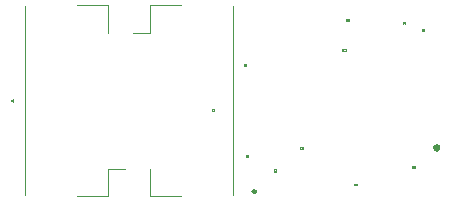
<source format=gbr>
G04 #@! TF.GenerationSoftware,KiCad,Pcbnew,5.0.0-rc2-be01b52~65~ubuntu16.04.1*
G04 #@! TF.CreationDate,2018-07-13T18:02:19-04:00*
G04 #@! TF.ProjectId,motor controller,6D6F746F7220636F6E74726F6C6C6572,rev?*
G04 #@! TF.SameCoordinates,Original*
G04 #@! TF.FileFunction,Legend,Top*
G04 #@! TF.FilePolarity,Positive*
%FSLAX46Y46*%
G04 Gerber Fmt 4.6, Leading zero omitted, Abs format (unit mm)*
G04 Created by KiCad (PCBNEW 5.0.0-rc2-be01b52~65~ubuntu16.04.1) date Fri Jul 13 18:02:19 2018*
%MOMM*%
%LPD*%
G01*
G04 APERTURE LIST*
%ADD10C,0.254000*%
%ADD11C,0.120000*%
%ADD12C,0.020000*%
G04 APERTURE END LIST*
D10*
G04 #@! TO.C,IC2*
X37865000Y-13000000D02*
G75*
G03X37865000Y-13000000I-200000J0D01*
G01*
D11*
G04 #@! TO.C,J1*
X7200000Y-17110000D02*
X9850000Y-17110000D01*
X9850000Y-17110000D02*
X9850000Y-14760000D01*
X9850000Y-14760000D02*
X11240000Y-14760000D01*
X7200000Y-890000D02*
X9850000Y-890000D01*
X9850000Y-890000D02*
X9850000Y-3240000D01*
X2780000Y-17000000D02*
X2780000Y-1000000D01*
G04 #@! TO.C,J2*
X20440000Y-1000000D02*
X20440000Y-17000000D01*
X13370000Y-17110000D02*
X13370000Y-14760000D01*
X16020000Y-17110000D02*
X13370000Y-17110000D01*
X13370000Y-3240000D02*
X11980000Y-3240000D01*
X13370000Y-890000D02*
X13370000Y-3240000D01*
X16020000Y-890000D02*
X13370000Y-890000D01*
D10*
G04 #@! TO.C,IC3*
X22351000Y-16695000D02*
G75*
G03X22351000Y-16695000I-125000J0D01*
G01*
G04 #@! TO.C,C3*
D12*
X26175000Y-13053571D02*
X26167857Y-13060714D01*
X26146428Y-13067857D01*
X26132142Y-13067857D01*
X26110714Y-13060714D01*
X26096428Y-13046428D01*
X26089285Y-13032142D01*
X26082142Y-13003571D01*
X26082142Y-12982142D01*
X26089285Y-12953571D01*
X26096428Y-12939285D01*
X26110714Y-12925000D01*
X26132142Y-12917857D01*
X26146428Y-12917857D01*
X26167857Y-12925000D01*
X26175000Y-12932142D01*
X26225000Y-12917857D02*
X26317857Y-12917857D01*
X26267857Y-12975000D01*
X26289285Y-12975000D01*
X26303571Y-12982142D01*
X26310714Y-12989285D01*
X26317857Y-13003571D01*
X26317857Y-13039285D01*
X26310714Y-13053571D01*
X26303571Y-13060714D01*
X26289285Y-13067857D01*
X26246428Y-13067857D01*
X26232142Y-13060714D01*
X26225000Y-13053571D01*
G04 #@! TO.C,C6*
X35675000Y-14653571D02*
X35667857Y-14660714D01*
X35646428Y-14667857D01*
X35632142Y-14667857D01*
X35610714Y-14660714D01*
X35596428Y-14646428D01*
X35589285Y-14632142D01*
X35582142Y-14603571D01*
X35582142Y-14582142D01*
X35589285Y-14553571D01*
X35596428Y-14539285D01*
X35610714Y-14525000D01*
X35632142Y-14517857D01*
X35646428Y-14517857D01*
X35667857Y-14525000D01*
X35675000Y-14532142D01*
X35803571Y-14517857D02*
X35775000Y-14517857D01*
X35760714Y-14525000D01*
X35753571Y-14532142D01*
X35739285Y-14553571D01*
X35732142Y-14582142D01*
X35732142Y-14639285D01*
X35739285Y-14653571D01*
X35746428Y-14660714D01*
X35760714Y-14667857D01*
X35789285Y-14667857D01*
X35803571Y-14660714D01*
X35810714Y-14653571D01*
X35817857Y-14639285D01*
X35817857Y-14603571D01*
X35810714Y-14589285D01*
X35803571Y-14582142D01*
X35789285Y-14575000D01*
X35760714Y-14575000D01*
X35746428Y-14582142D01*
X35739285Y-14589285D01*
X35732142Y-14603571D01*
G04 #@! TO.C,IC2*
X29653571Y-4767857D02*
X29653571Y-4617857D01*
X29810714Y-4753571D02*
X29803571Y-4760714D01*
X29782142Y-4767857D01*
X29767857Y-4767857D01*
X29746428Y-4760714D01*
X29732142Y-4746428D01*
X29725000Y-4732142D01*
X29717857Y-4703571D01*
X29717857Y-4682142D01*
X29725000Y-4653571D01*
X29732142Y-4639285D01*
X29746428Y-4625000D01*
X29767857Y-4617857D01*
X29782142Y-4617857D01*
X29803571Y-4625000D01*
X29810714Y-4632142D01*
X29867857Y-4632142D02*
X29875000Y-4625000D01*
X29889285Y-4617857D01*
X29925000Y-4617857D01*
X29939285Y-4625000D01*
X29946428Y-4632142D01*
X29953571Y-4646428D01*
X29953571Y-4660714D01*
X29946428Y-4682142D01*
X29860714Y-4767857D01*
X29953571Y-4767857D01*
G04 #@! TO.C,J1*
X1607857Y-9050000D02*
X1715000Y-9050000D01*
X1736428Y-9057142D01*
X1750714Y-9071428D01*
X1757857Y-9092857D01*
X1757857Y-9107142D01*
X1757857Y-8900000D02*
X1757857Y-8985714D01*
X1757857Y-8942857D02*
X1607857Y-8942857D01*
X1629285Y-8957142D01*
X1643571Y-8971428D01*
X1650714Y-8985714D01*
G04 #@! TO.C,J2*
X18617857Y-9850000D02*
X18725000Y-9850000D01*
X18746428Y-9857142D01*
X18760714Y-9871428D01*
X18767857Y-9892857D01*
X18767857Y-9907142D01*
X18632142Y-9785714D02*
X18625000Y-9778571D01*
X18617857Y-9764285D01*
X18617857Y-9728571D01*
X18625000Y-9714285D01*
X18632142Y-9707142D01*
X18646428Y-9700000D01*
X18660714Y-9700000D01*
X18682142Y-9707142D01*
X18767857Y-9792857D01*
X18767857Y-9700000D01*
G04 #@! TO.C,R7*
X36475000Y-3067857D02*
X36425000Y-2996428D01*
X36389285Y-3067857D02*
X36389285Y-2917857D01*
X36446428Y-2917857D01*
X36460714Y-2925000D01*
X36467857Y-2932142D01*
X36475000Y-2946428D01*
X36475000Y-2967857D01*
X36467857Y-2982142D01*
X36460714Y-2989285D01*
X36446428Y-2996428D01*
X36389285Y-2996428D01*
X36525000Y-2917857D02*
X36625000Y-2917857D01*
X36560714Y-3067857D01*
G04 #@! TO.C,R8*
X30775000Y-16167857D02*
X30725000Y-16096428D01*
X30689285Y-16167857D02*
X30689285Y-16017857D01*
X30746428Y-16017857D01*
X30760714Y-16025000D01*
X30767857Y-16032142D01*
X30775000Y-16046428D01*
X30775000Y-16067857D01*
X30767857Y-16082142D01*
X30760714Y-16089285D01*
X30746428Y-16096428D01*
X30689285Y-16096428D01*
X30860714Y-16082142D02*
X30846428Y-16075000D01*
X30839285Y-16067857D01*
X30832142Y-16053571D01*
X30832142Y-16046428D01*
X30839285Y-16032142D01*
X30846428Y-16025000D01*
X30860714Y-16017857D01*
X30889285Y-16017857D01*
X30903571Y-16025000D01*
X30910714Y-16032142D01*
X30917857Y-16046428D01*
X30917857Y-16053571D01*
X30910714Y-16067857D01*
X30903571Y-16075000D01*
X30889285Y-16082142D01*
X30860714Y-16082142D01*
X30846428Y-16089285D01*
X30839285Y-16096428D01*
X30832142Y-16110714D01*
X30832142Y-16139285D01*
X30839285Y-16153571D01*
X30846428Y-16160714D01*
X30860714Y-16167857D01*
X30889285Y-16167857D01*
X30903571Y-16160714D01*
X30910714Y-16153571D01*
X30917857Y-16139285D01*
X30917857Y-16110714D01*
X30910714Y-16096428D01*
X30903571Y-16089285D01*
X30889285Y-16082142D01*
G04 #@! TO.C,R9*
X30080500Y-2267857D02*
X30030500Y-2196428D01*
X29994785Y-2267857D02*
X29994785Y-2117857D01*
X30051928Y-2117857D01*
X30066214Y-2125000D01*
X30073357Y-2132142D01*
X30080500Y-2146428D01*
X30080500Y-2167857D01*
X30073357Y-2182142D01*
X30066214Y-2189285D01*
X30051928Y-2196428D01*
X29994785Y-2196428D01*
X30151928Y-2267857D02*
X30180500Y-2267857D01*
X30194785Y-2260714D01*
X30201928Y-2253571D01*
X30216214Y-2232142D01*
X30223357Y-2203571D01*
X30223357Y-2146428D01*
X30216214Y-2132142D01*
X30209071Y-2125000D01*
X30194785Y-2117857D01*
X30166214Y-2117857D01*
X30151928Y-2125000D01*
X30144785Y-2132142D01*
X30137642Y-2146428D01*
X30137642Y-2182142D01*
X30144785Y-2196428D01*
X30151928Y-2203571D01*
X30166214Y-2210714D01*
X30194785Y-2210714D01*
X30209071Y-2203571D01*
X30216214Y-2196428D01*
X30223357Y-2182142D01*
G04 #@! TO.C,C8*
X21575000Y-13753571D02*
X21567857Y-13760714D01*
X21546428Y-13767857D01*
X21532142Y-13767857D01*
X21510714Y-13760714D01*
X21496428Y-13746428D01*
X21489285Y-13732142D01*
X21482142Y-13703571D01*
X21482142Y-13682142D01*
X21489285Y-13653571D01*
X21496428Y-13639285D01*
X21510714Y-13625000D01*
X21532142Y-13617857D01*
X21546428Y-13617857D01*
X21567857Y-13625000D01*
X21575000Y-13632142D01*
X21660714Y-13682142D02*
X21646428Y-13675000D01*
X21639285Y-13667857D01*
X21632142Y-13653571D01*
X21632142Y-13646428D01*
X21639285Y-13632142D01*
X21646428Y-13625000D01*
X21660714Y-13617857D01*
X21689285Y-13617857D01*
X21703571Y-13625000D01*
X21710714Y-13632142D01*
X21717857Y-13646428D01*
X21717857Y-13653571D01*
X21710714Y-13667857D01*
X21703571Y-13675000D01*
X21689285Y-13682142D01*
X21660714Y-13682142D01*
X21646428Y-13689285D01*
X21639285Y-13696428D01*
X21632142Y-13710714D01*
X21632142Y-13739285D01*
X21639285Y-13753571D01*
X21646428Y-13760714D01*
X21660714Y-13767857D01*
X21689285Y-13767857D01*
X21703571Y-13760714D01*
X21710714Y-13753571D01*
X21717857Y-13739285D01*
X21717857Y-13710714D01*
X21710714Y-13696428D01*
X21703571Y-13689285D01*
X21689285Y-13682142D01*
G04 #@! TO.C,C9*
X34875000Y-2453571D02*
X34867857Y-2460714D01*
X34846428Y-2467857D01*
X34832142Y-2467857D01*
X34810714Y-2460714D01*
X34796428Y-2446428D01*
X34789285Y-2432142D01*
X34782142Y-2403571D01*
X34782142Y-2382142D01*
X34789285Y-2353571D01*
X34796428Y-2339285D01*
X34810714Y-2325000D01*
X34832142Y-2317857D01*
X34846428Y-2317857D01*
X34867857Y-2325000D01*
X34875000Y-2332142D01*
X34946428Y-2467857D02*
X34975000Y-2467857D01*
X34989285Y-2460714D01*
X34996428Y-2453571D01*
X35010714Y-2432142D01*
X35017857Y-2403571D01*
X35017857Y-2346428D01*
X35010714Y-2332142D01*
X35003571Y-2325000D01*
X34989285Y-2317857D01*
X34960714Y-2317857D01*
X34946428Y-2325000D01*
X34939285Y-2332142D01*
X34932142Y-2346428D01*
X34932142Y-2382142D01*
X34939285Y-2396428D01*
X34946428Y-2403571D01*
X34960714Y-2410714D01*
X34989285Y-2410714D01*
X35003571Y-2403571D01*
X35010714Y-2396428D01*
X35017857Y-2382142D01*
G04 #@! TO.C,IC3*
X24033857Y-15056428D02*
X23883857Y-15056428D01*
X24019571Y-14899285D02*
X24026714Y-14906428D01*
X24033857Y-14927857D01*
X24033857Y-14942142D01*
X24026714Y-14963571D01*
X24012428Y-14977857D01*
X23998142Y-14985000D01*
X23969571Y-14992142D01*
X23948142Y-14992142D01*
X23919571Y-14985000D01*
X23905285Y-14977857D01*
X23891000Y-14963571D01*
X23883857Y-14942142D01*
X23883857Y-14927857D01*
X23891000Y-14906428D01*
X23898142Y-14899285D01*
X23883857Y-14849285D02*
X23883857Y-14756428D01*
X23941000Y-14806428D01*
X23941000Y-14785000D01*
X23948142Y-14770714D01*
X23955285Y-14763571D01*
X23969571Y-14756428D01*
X24005285Y-14756428D01*
X24019571Y-14763571D01*
X24026714Y-14770714D01*
X24033857Y-14785000D01*
X24033857Y-14827857D01*
X24026714Y-14842142D01*
X24019571Y-14849285D01*
G04 #@! TO.C,J3*
X21377857Y-6040000D02*
X21485000Y-6040000D01*
X21506428Y-6047142D01*
X21520714Y-6061428D01*
X21527857Y-6082857D01*
X21527857Y-6097142D01*
X21377857Y-5982857D02*
X21377857Y-5890000D01*
X21435000Y-5940000D01*
X21435000Y-5918571D01*
X21442142Y-5904285D01*
X21449285Y-5897142D01*
X21463571Y-5890000D01*
X21499285Y-5890000D01*
X21513571Y-5897142D01*
X21520714Y-5904285D01*
X21527857Y-5918571D01*
X21527857Y-5961428D01*
X21520714Y-5975714D01*
X21513571Y-5982857D01*
G04 #@! TD*
M02*

</source>
